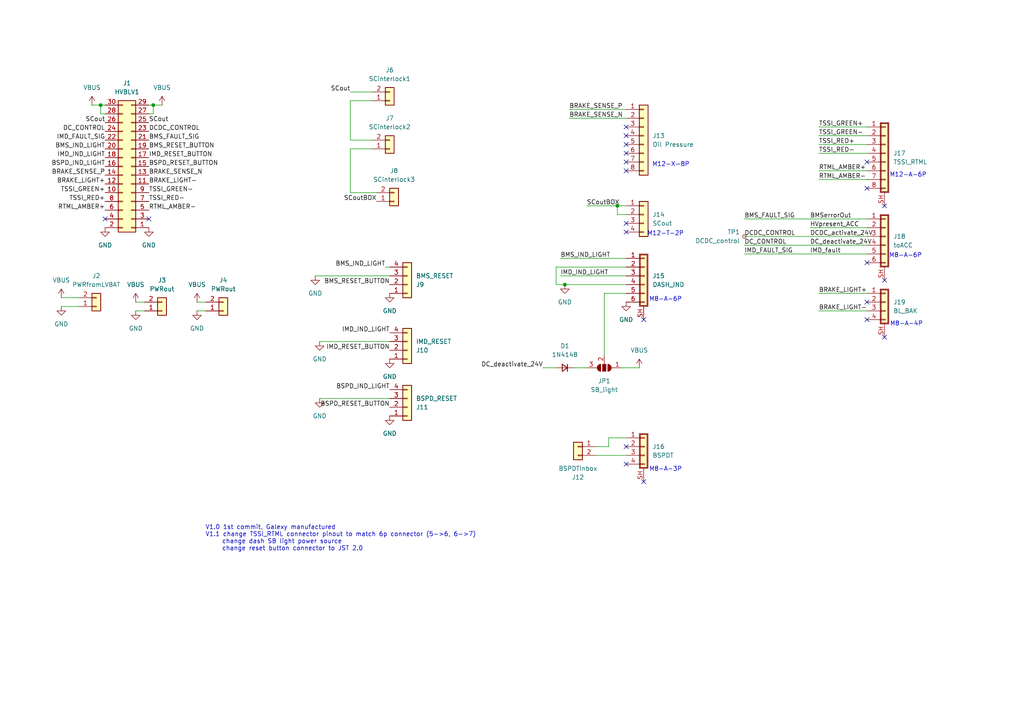
<source format=kicad_sch>
(kicad_sch (version 20231120) (generator "eeschema") (generator_version "8.0")
  (paper "A4")
  (title_block (title "HVB_CONN1") (date "2025-06-27") (rev "1.1") (company "NTURacing") (comment 1 "Jack Kuo"))
  (lib_symbols
    (symbol "Connector:TestPoint_Small" (pin_numbers hide) (pin_names (offset 0.762) hide)
      (property "Reference" "TP" (at 0 3.81 0))
      (property "Value" "TestPoint_Small" (at 0 2.032 0))
      (symbol "TestPoint_Small_0_1"
        (circle (center 0 0) (radius 0.508))
      )
      (symbol "TestPoint_Small_1_1"
        (pin passive line (at 0 0 90) (length 0) (name "1") (number "1"))
      )
    )
    (symbol "Connector_Generic:Conn_01x02" (pin_names (offset 1.016) hide)
      (property "Reference" "J" (at 0 2.54 0))
      (property "Value" "Conn_01x02" (at 0 -5.08 0))
      (symbol "Conn_01x02_1_1"
        (rectangle (start -1.27 -2.413) (end 0 -2.667) (stroke (width 0.1524)))
        (rectangle (start -1.27 0.127) (end 0 -0.127) (stroke (width 0.1524)))
        (rectangle (start -1.27 1.27) (end 1.27 -3.81) (stroke (width 0.254)) (fill (type background)))
        (pin passive line (at -5.08 0 0) (length 3.81) (name "Pin_1") (number "1"))
        (pin passive line (at -5.08 -2.54 0) (length 3.81) (name "Pin_2") (number "2"))
      )
    )
    (symbol "Connector_Generic:Conn_01x04" (pin_names (offset 1.016) hide)
      (property "Reference" "J" (at 0 5.08 0))
      (property "Value" "Conn_01x04" (at 0 -7.62 0))
      (symbol "Conn_01x04_1_1"
        (rectangle (start -1.27 -4.953) (end 0 -5.207) (stroke (width 0.1524)))
        (rectangle (start -1.27 -2.413) (end 0 -2.667) (stroke (width 0.1524)))
        (rectangle (start -1.27 0.127) (end 0 -0.127) (stroke (width 0.1524)))
        (rectangle (start -1.27 2.667) (end 0 2.413) (stroke (width 0.1524)))
        (rectangle (start -1.27 3.81) (end 1.27 -6.35) (stroke (width 0.254)) (fill (type background)))
        (pin passive line (at -5.08 2.54 0) (length 3.81) (name "Pin_1") (number "1"))
        (pin passive line (at -5.08 0 0) (length 3.81) (name "Pin_2") (number "2"))
        (pin passive line (at -5.08 -2.54 0) (length 3.81) (name "Pin_3") (number "3"))
        (pin passive line (at -5.08 -5.08 0) (length 3.81) (name "Pin_4") (number "4"))
      )
    )
    (symbol "Connector_Generic:Conn_01x08" (pin_names (offset 1.016) hide)
      (property "Reference" "J" (at 0 10.16 0))
      (property "Value" "Conn_01x08" (at 0 -12.7 0))
      (symbol "Conn_01x08_1_1"
        (rectangle (start -1.27 -10.033) (end 0 -10.287) (stroke (width 0.1524)))
        (rectangle (start -1.27 -7.493) (end 0 -7.747) (stroke (width 0.1524)))
        (rectangle (start -1.27 -4.953) (end 0 -5.207) (stroke (width 0.1524)))
        (rectangle (start -1.27 -2.413) (end 0 -2.667) (stroke (width 0.1524)))
        (rectangle (start -1.27 0.127) (end 0 -0.127) (stroke (width 0.1524)))
        (rectangle (start -1.27 2.667) (end 0 2.413) (stroke (width 0.1524)))
        (rectangle (start -1.27 5.207) (end 0 4.953) (stroke (width 0.1524)))
        (rectangle (start -1.27 7.747) (end 0 7.493) (stroke (width 0.1524)))
        (rectangle (start -1.27 8.89) (end 1.27 -11.43) (stroke (width 0.254)) (fill (type background)))
        (pin passive line (at -5.08 7.62 0) (length 3.81) (name "Pin_1") (number "1"))
        (pin passive line (at -5.08 5.08 0) (length 3.81) (name "Pin_2") (number "2"))
        (pin passive line (at -5.08 2.54 0) (length 3.81) (name "Pin_3") (number "3"))
        (pin passive line (at -5.08 0 0) (length 3.81) (name "Pin_4") (number "4"))
        (pin passive line (at -5.08 -2.54 0) (length 3.81) (name "Pin_5") (number "5"))
        (pin passive line (at -5.08 -5.08 0) (length 3.81) (name "Pin_6") (number "6"))
        (pin passive line (at -5.08 -7.62 0) (length 3.81) (name "Pin_7") (number "7"))
        (pin passive line (at -5.08 -10.16 0) (length 3.81) (name "Pin_8") (number "8"))
      )
    )
    (symbol "Connector_Generic:Conn_02x15_Odd_Even" (pin_names (offset 1.016) hide)
      (property "Reference" "J" (at 1.27 20.32 0))
      (property "Value" "Conn_02x15_Odd_Even" (at 1.27 -20.32 0))
      (symbol "Conn_02x15_Odd_Even_1_1"
        (rectangle (start -1.27 -17.653) (end 0 -17.907) (stroke (width 0.1524)))
        (rectangle (start -1.27 -15.113) (end 0 -15.367) (stroke (width 0.1524)))
        (rectangle (start -1.27 -12.573) (end 0 -12.827) (stroke (width 0.1524)))
        (rectangle (start -1.27 -10.033) (end 0 -10.287) (stroke (width 0.1524)))
        (rectangle (start -1.27 -7.493) (end 0 -7.747) (stroke (width 0.1524)))
        (rectangle (start -1.27 -4.953) (end 0 -5.207) (stroke (width 0.1524)))
        (rectangle (start -1.27 -2.413) (end 0 -2.667) (stroke (width 0.1524)))
        (rectangle (start -1.27 0.127) (end 0 -0.127) (stroke (width 0.1524)))
        (rectangle (start -1.27 2.667) (end 0 2.413) (stroke (width 0.1524)))
        (rectangle (start -1.27 5.207) (end 0 4.953) (stroke (width 0.1524)))
        (rectangle (start -1.27 7.747) (end 0 7.493) (stroke (width 0.1524)))
        (rectangle (start -1.27 10.287) (end 0 10.033) (stroke (width 0.1524)))
        (rectangle (start -1.27 12.827) (end 0 12.573) (stroke (width 0.1524)))
        (rectangle (start -1.27 15.367) (end 0 15.113) (stroke (width 0.1524)))
        (rectangle (start -1.27 17.907) (end 0 17.653) (stroke (width 0.1524)))
        (rectangle (start -1.27 19.05) (end 3.81 -19.05) (stroke (width 0.254)) (fill (type background)))
        (rectangle (start 3.81 -17.653) (end 2.54 -17.907) (stroke (width 0.1524)))
        (rectangle (start 3.81 -15.113) (end 2.54 -15.367) (stroke (width 0.1524)))
        (rectangle (start 3.81 -12.573) (end 2.54 -12.827) (stroke (width 0.1524)))
        (rectangle (start 3.81 -10.033) (end 2.54 -10.287) (stroke (width 0.1524)))
        (rectangle (start 3.81 -7.493) (end 2.54 -7.747) (stroke (width 0.1524)))
        (rectangle (start 3.81 -4.953) (end 2.54 -5.207) (stroke (width 0.1524)))
        (rectangle (start 3.81 -2.413) (end 2.54 -2.667) (stroke (width 0.1524)))
        (rectangle (start 3.81 0.127) (end 2.54 -0.127) (stroke (width 0.1524)))
        (rectangle (start 3.81 2.667) (end 2.54 2.413) (stroke (width 0.1524)))
        (rectangle (start 3.81 5.207) (end 2.54 4.953) (stroke (width 0.1524)))
        (rectangle (start 3.81 7.747) (end 2.54 7.493) (stroke (width 0.1524)))
        (rectangle (start 3.81 10.287) (end 2.54 10.033) (stroke (width 0.1524)))
        (rectangle (start 3.81 12.827) (end 2.54 12.573) (stroke (width 0.1524)))
        (rectangle (start 3.81 15.367) (end 2.54 15.113) (stroke (width 0.1524)))
        (rectangle (start 3.81 17.907) (end 2.54 17.653) (stroke (width 0.1524)))
        (pin passive line (at -5.08 17.78 0) (length 3.81) (name "Pin_1") (number "1"))
        (pin passive line (at 7.62 7.62 180) (length 3.81) (name "Pin_10") (number "10"))
        (pin passive line (at -5.08 5.08 0) (length 3.81) (name "Pin_11") (number "11"))
        (pin passive line (at 7.62 5.08 180) (length 3.81) (name "Pin_12") (number "12"))
        (pin passive line (at -5.08 2.54 0) (length 3.81) (name "Pin_13") (number "13"))
        (pin passive line (at 7.62 2.54 180) (length 3.81) (name "Pin_14") (number "14"))
        (pin passive line (at -5.08 0 0) (length 3.81) (name "Pin_15") (number "15"))
        (pin passive line (at 7.62 0 180) (length 3.81) (name "Pin_16") (number "16"))
        (pin passive line (at -5.08 -2.54 0) (length 3.81) (name "Pin_17") (number "17"))
        (pin passive line (at 7.62 -2.54 180) (length 3.81) (name "Pin_18") (number "18"))
        (pin passive line (at -5.08 -5.08 0) (length 3.81) (name "Pin_19") (number "19"))
        (pin passive line (at 7.62 17.78 180) (length 3.81) (name "Pin_2") (number "2"))
        (pin passive line (at 7.62 -5.08 180) (length 3.81) (name "Pin_20") (number "20"))
        (pin passive line (at -5.08 -7.62 0) (length 3.81) (name "Pin_21") (number "21"))
        (pin passive line (at 7.62 -7.62 180) (length 3.81) (name "Pin_22") (number "22"))
        (pin passive line (at -5.08 -10.16 0) (length 3.81) (name "Pin_23") (number "23"))
        (pin passive line (at 7.62 -10.16 180) (length 3.81) (name "Pin_24") (number "24"))
        (pin passive line (at -5.08 -12.7 0) (length 3.81) (name "Pin_25") (number "25"))
        (pin passive line (at 7.62 -12.7 180) (length 3.81) (name "Pin_26") (number "26"))
        (pin passive line (at -5.08 -15.24 0) (length 3.81) (name "Pin_27") (number "27"))
        (pin passive line (at 7.62 -15.24 180) (length 3.81) (name "Pin_28") (number "28"))
        (pin passive line (at -5.08 -17.78 0) (length 3.81) (name "Pin_29") (number "29"))
        (pin passive line (at -5.08 15.24 0) (length 3.81) (name "Pin_3") (number "3"))
        (pin passive line (at 7.62 -17.78 180) (length 3.81) (name "Pin_30") (number "30"))
        (pin passive line (at 7.62 15.24 180) (length 3.81) (name "Pin_4") (number "4"))
        (pin passive line (at -5.08 12.7 0) (length 3.81) (name "Pin_5") (number "5"))
        (pin passive line (at 7.62 12.7 180) (length 3.81) (name "Pin_6") (number "6"))
        (pin passive line (at -5.08 10.16 0) (length 3.81) (name "Pin_7") (number "7"))
        (pin passive line (at 7.62 10.16 180) (length 3.81) (name "Pin_8") (number "8"))
        (pin passive line (at -5.08 7.62 0) (length 3.81) (name "Pin_9") (number "9"))
      )
    )
    (symbol "Connector_Generic_Shielded:Conn_01x04_Shielded" (pin_names (offset 1.016) hide)
      (property "Reference" "J" (at 0.254 4.826 0))
      (property "Value" "Conn_01x04_Shielded" (at 1.016 -7.366 0))
      (symbol "Conn_01x04_Shielded_1_1"
        (rectangle (start -1.27 3.81) (end 1.27 -6.35) (stroke (width 0.1524)))
        (rectangle (start -1.016 -4.953) (end 0.254 -5.207) (stroke (width 0.1524)))
        (rectangle (start -1.016 -2.413) (end 0.254 -2.667) (stroke (width 0.1524)))
        (rectangle (start -1.016 0.127) (end 0.254 -0.127) (stroke (width 0.1524)))
        (rectangle (start -1.016 2.667) (end 0.254 2.413) (stroke (width 0.1524)))
        (rectangle (start -1.016 3.556) (end 1.016 -6.096) (stroke (width 0.254)) (fill (type background)))
        (pin passive line (at -5.08 2.54 0) (length 4.064) (name "Pin_1") (number "1"))
        (pin passive line (at -5.08 0 0) (length 4.064) (name "Pin_2") (number "2"))
        (pin passive line (at -5.08 -2.54 0) (length 4.064) (name "Pin_3") (number "3"))
        (pin passive line (at -5.08 -5.08 0) (length 4.064) (name "Pin_4") (number "4"))
        (pin passive line (at 0 -10.16 90) (length 3.81) (name "Shield") (number "SH"))
      )
    )
    (symbol "Connector_Generic_Shielded:Conn_01x06_Shielded" (pin_names (offset 1.016) hide)
      (property "Reference" "J" (at 0.254 7.366 0))
      (property "Value" "Conn_01x06_Shielded" (at 1.016 -9.906 0))
      (symbol "Conn_01x06_Shielded_1_1"
        (rectangle (start -1.27 6.35) (end 1.27 -8.89) (stroke (width 0.1524)))
        (rectangle (start -1.016 -7.493) (end 0.254 -7.747) (stroke (width 0.1524)))
        (rectangle (start -1.016 -4.953) (end 0.254 -5.207) (stroke (width 0.1524)))
        (rectangle (start -1.016 -2.413) (end 0.254 -2.667) (stroke (width 0.1524)))
        (rectangle (start -1.016 0.127) (end 0.254 -0.127) (stroke (width 0.1524)))
        (rectangle (start -1.016 2.667) (end 0.254 2.413) (stroke (width 0.1524)))
        (rectangle (start -1.016 5.207) (end 0.254 4.953) (stroke (width 0.1524)))
        (rectangle (start -1.016 6.096) (end 1.016 -8.636) (stroke (width 0.254)) (fill (type background)))
        (pin passive line (at -5.08 5.08 0) (length 4.064) (name "Pin_1") (number "1"))
        (pin passive line (at -5.08 2.54 0) (length 4.064) (name "Pin_2") (number "2"))
        (pin passive line (at -5.08 0 0) (length 4.064) (name "Pin_3") (number "3"))
        (pin passive line (at -5.08 -2.54 0) (length 4.064) (name "Pin_4") (number "4"))
        (pin passive line (at -5.08 -5.08 0) (length 4.064) (name "Pin_5") (number "5"))
        (pin passive line (at -5.08 -7.62 0) (length 4.064) (name "Pin_6") (number "6"))
        (pin passive line (at 0 -12.7 90) (length 3.81) (name "Shield") (number "SH"))
      )
    )
    (symbol "Connector_Generic_Shielded:Conn_01x08_Shielded" (pin_names (offset 1.016) hide)
      (property "Reference" "J" (at 0.254 9.906 0))
      (property "Value" "Conn_01x08_Shielded" (at 1.016 -12.446 0))
      (symbol "Conn_01x08_Shielded_1_1"
        (rectangle (start -1.27 8.89) (end 1.27 -11.43) (stroke (width 0.1524)))
        (rectangle (start -1.016 -10.033) (end 0.254 -10.287) (stroke (width 0.1524)))
        (rectangle (start -1.016 -7.493) (end 0.254 -7.747) (stroke (width 0.1524)))
        (rectangle (start -1.016 -4.953) (end 0.254 -5.207) (stroke (width 0.1524)))
        (rectangle (start -1.016 -2.413) (end 0.254 -2.667) (stroke (width 0.1524)))
        (rectangle (start -1.016 0.127) (end 0.254 -0.127) (stroke (width 0.1524)))
        (rectangle (start -1.016 2.667) (end 0.254 2.413) (stroke (width 0.1524)))
        (rectangle (start -1.016 5.207) (end 0.254 4.953) (stroke (width 0.1524)))
        (rectangle (start -1.016 7.747) (end 0.254 7.493) (stroke (width 0.1524)))
        (rectangle (start -1.016 8.636) (end 1.016 -11.176) (stroke (width 0.254)) (fill (type background)))
        (pin passive line (at -5.08 7.62 0) (length 4.064) (name "Pin_1") (number "1"))
        (pin passive line (at -5.08 5.08 0) (length 4.064) (name "Pin_2") (number "2"))
        (pin passive line (at -5.08 2.54 0) (length 4.064) (name "Pin_3") (number "3"))
        (pin passive line (at -5.08 0 0) (length 4.064) (name "Pin_4") (number "4"))
        (pin passive line (at -5.08 -2.54 0) (length 4.064) (name "Pin_5") (number "5"))
        (pin passive line (at -5.08 -5.08 0) (length 4.064) (name "Pin_6") (number "6"))
        (pin passive line (at -5.08 -7.62 0) (length 4.064) (name "Pin_7") (number "7"))
        (pin passive line (at -5.08 -10.16 0) (length 4.064) (name "Pin_8") (number "8"))
        (pin passive line (at 0 -15.24 90) (length 3.81) (name "Shield") (number "SH"))
      )
    )
    (symbol "Device:D_Small" (pin_numbers hide) (pin_names (offset 0.254) hide)
      (property "Reference" "D" (at -1.27 2.032 0))
      (property "Value" "D_Small" (at -3.81 -2.032 0))
      (symbol "D_Small_0_1"
        (polyline (pts (xy -0.762 -1.016) (xy -0.762 1.016)) (stroke (width 0.254)))
        (polyline (pts (xy -0.762 0) (xy 0.762 0)))
        (polyline (pts (xy 0.762 -1.016) (xy -0.762 0) (xy 0.762 1.016) (xy 0.762 -1.016)) (stroke (width 0.254)))
      )
      (symbol "D_Small_1_1"
        (pin passive line (at -2.54 0 0) (length 1.778) (name "K") (number "1"))
        (pin passive line (at 2.54 0 180) (length 1.778) (name "A") (number "2"))
      )
    )
    (symbol "Jumper:SolderJumper_3_Open" (pin_names (offset 0) hide) (exclude_from_sim yes) (in_bom no)
      (property "Reference" "JP" (at -2.54 -2.54 0))
      (property "Value" "SolderJumper_3_Open" (at 0 2.794 0))
      (symbol "SolderJumper_3_Open_0_1"
        (arc (start -1.016 1.016) (mid -2.0276 0) (end -1.016 -1.016))
        (arc (start -1.016 1.016) (mid -2.0276 0) (end -1.016 -1.016) (fill (type outline)))
        (rectangle (start -0.508 1.016) (end 0.508 -1.016) (fill (type outline)))
        (polyline (pts (xy -2.54 0) (xy -2.032 0)))
        (polyline (pts (xy -1.016 1.016) (xy -1.016 -1.016)))
        (polyline (pts (xy 0 -1.27) (xy 0 -1.016)))
        (polyline (pts (xy 1.016 1.016) (xy 1.016 -1.016)))
        (polyline (pts (xy 2.54 0) (xy 2.032 0)))
        (arc (start 1.016 -1.016) (mid 2.0276 0) (end 1.016 1.016))
        (arc (start 1.016 -1.016) (mid 2.0276 0) (end 1.016 1.016) (fill (type outline)))
      )
      (symbol "SolderJumper_3_Open_1_1"
        (pin passive line (at -5.08 0 0) (length 2.54) (name "A") (number "1"))
        (pin passive line (at 0 -3.81 90) (length 2.54) (name "C") (number "2"))
        (pin passive line (at 5.08 0 180) (length 2.54) (name "B") (number "3"))
      )
    )
    (symbol "power:GND" (power) (pin_numbers hide) (pin_names (offset 0) hide)
      (property "Value" "GND" (at 0 -3.81 0))
      (symbol "GND_0_1"
        (polyline (pts (xy 0 0) (xy 0 -1.27) (xy 1.27 -1.27) (xy 0 -2.54) (xy -1.27 -1.27) (xy 0 -1.27)))
      )
      (symbol "GND_1_1"
        (pin power_in line (at 0 0 270) (length 0) (name "~") (number "1"))
      )
    )
    (symbol "power:VBUS" (power) (pin_numbers hide) (pin_names (offset 0) hide)
      (property "Value" "VBUS" (at 0 3.556 0))
      (symbol "VBUS_0_1"
        (polyline (pts (xy -0.762 1.27) (xy 0 2.54)))
        (polyline (pts (xy 0 0) (xy 0 2.54)))
        (polyline (pts (xy 0 2.54) (xy 0.762 1.27)))
      )
      (symbol "VBUS_1_1"
        (pin power_in line (at 0 0 90) (length 0) (name "~") (number "1"))
      )
    )
  )
  (junction (at 44.45 30.48))
  (junction (at 179.07 59.69))
  (junction (at 163.83 82.55))
  (junction (at 29.21 30.48))
  (no_connect (at 256.54 97.79))
  (no_connect (at 251.46 46.99))
  (no_connect (at 181.61 36.83))
  (no_connect (at 251.46 54.61))
  (no_connect (at 181.61 129.54))
  (no_connect (at 256.54 81.28))
  (no_connect (at 251.46 87.63))
  (no_connect (at 181.61 39.37))
  (no_connect (at 181.61 41.91))
  (no_connect (at 181.61 134.62))
  (no_connect (at 43.18 63.5))
  (no_connect (at 181.61 46.99))
  (no_connect (at 251.46 76.2))
  (no_connect (at 181.61 64.77))
  (no_connect (at 256.54 59.69))
  (no_connect (at 30.48 63.5))
  (no_connect (at 181.61 44.45))
  (no_connect (at 181.61 67.31))
  (no_connect (at 186.69 139.7))
  (no_connect (at 251.46 92.71))
  (no_connect (at 181.61 49.53))
  (no_connect (at 186.69 92.71))
  (wire (pts (xy 17.78 88.9) (xy 22.86 88.9)))
  (wire (pts (xy 215.9 71.12) (xy 251.46 71.12)))
  (wire (pts (xy 237.49 52.07) (xy 251.46 52.07)))
  (wire (pts (xy 161.29 106.68) (xy 157.48 106.68)))
  (wire (pts (xy 101.6 43.18) (xy 107.95 43.18)))
  (wire (pts (xy 175.26 85.09) (xy 181.61 85.09)))
  (wire (pts (xy 166.37 106.68) (xy 170.18 106.68)))
  (wire (pts (xy 215.9 73.66) (xy 251.46 73.66)))
  (wire (pts (xy 215.9 63.5) (xy 251.46 63.5)))
  (wire (pts (xy 237.49 39.37) (xy 251.46 39.37)))
  (wire (pts (xy 161.29 82.55) (xy 161.29 77.47)))
  (wire (pts (xy 29.21 33.02) (xy 29.21 30.48)))
  (wire (pts (xy 181.61 127) (xy 176.53 127)))
  (wire (pts (xy 176.53 129.54) (xy 172.72 129.54)))
  (wire (pts (xy 39.37 87.63) (xy 41.91 87.63)))
  (wire (pts (xy 176.53 127) (xy 176.53 129.54)))
  (wire (pts (xy 92.71 115.57) (xy 113.03 115.57)))
  (wire (pts (xy 170.18 59.69) (xy 179.07 59.69)))
  (wire (pts (xy 101.6 55.88) (xy 109.22 55.88)))
  (wire (pts (xy 175.26 85.09) (xy 175.26 102.87)))
  (wire (pts (xy 107.95 26.67) (xy 101.6 26.67)))
  (wire (pts (xy 46.99 30.48) (xy 44.45 30.48)))
  (wire (pts (xy 237.49 85.09) (xy 251.46 85.09)))
  (wire (pts (xy 39.37 90.17) (xy 41.91 90.17)))
  (wire (pts (xy 165.1 31.75) (xy 181.61 31.75)))
  (wire (pts (xy 26.67 30.48) (xy 29.21 30.48)))
  (wire (pts (xy 101.6 40.64) (xy 107.95 40.64)))
  (wire (pts (xy 185.42 106.68) (xy 180.34 106.68)))
  (wire (pts (xy 172.72 132.08) (xy 181.61 132.08)))
  (wire (pts (xy 237.49 44.45) (xy 251.46 44.45)))
  (wire (pts (xy 162.56 80.01) (xy 181.61 80.01)))
  (wire (pts (xy 101.6 29.21) (xy 107.95 29.21)))
  (wire (pts (xy 162.56 74.93) (xy 181.61 74.93)))
  (wire (pts (xy 237.49 41.91) (xy 251.46 41.91)))
  (wire (pts (xy 29.21 30.48) (xy 30.48 30.48)))
  (wire (pts (xy 30.48 33.02) (xy 29.21 33.02)))
  (wire (pts (xy 237.49 36.83) (xy 251.46 36.83)))
  (wire (pts (xy 57.15 87.63) (xy 59.69 87.63)))
  (wire (pts (xy 179.07 62.23) (xy 181.61 62.23)))
  (wire (pts (xy 44.45 33.02) (xy 44.45 30.48)))
  (wire (pts (xy 91.44 80.01) (xy 113.03 80.01)))
  (wire (pts (xy 179.07 59.69) (xy 179.07 62.23)))
  (wire (pts (xy 215.9 68.58) (xy 251.46 68.58)))
  (wire (pts (xy 57.15 90.17) (xy 59.69 90.17)))
  (wire (pts (xy 17.78 86.36) (xy 22.86 86.36)))
  (wire (pts (xy 234.95 66.04) (xy 251.46 66.04)))
  (wire (pts (xy 237.49 49.53) (xy 251.46 49.53)))
  (wire (pts (xy 101.6 29.21) (xy 101.6 40.64)))
  (wire (pts (xy 44.45 30.48) (xy 43.18 30.48)))
  (wire (pts (xy 165.1 34.29) (xy 181.61 34.29)))
  (wire (pts (xy 179.07 59.69) (xy 181.61 59.69)))
  (wire (pts (xy 237.49 90.17) (xy 251.46 90.17)))
  (wire (pts (xy 163.83 82.55) (xy 161.29 82.55)))
  (wire (pts (xy 113.03 77.47) (xy 111.76 77.47)))
  (wire (pts (xy 92.71 99.06) (xy 113.03 99.06)))
  (wire (pts (xy 161.29 77.47) (xy 181.61 77.47)))
  (wire (pts (xy 163.83 82.55) (xy 181.61 82.55)))
  (wire (pts (xy 43.18 33.02) (xy 44.45 33.02)))
  (wire (pts (xy 101.6 43.18) (xy 101.6 55.88)))
  (text "M12-T-2P" (at 193.04 67.818 0) (effects (font (size 1.27 1.27))))
  (text "M8-A-4P" (at 262.89 93.98 0) (effects (font (size 1.27 1.27))))
  (text "M12-X-8P" (at 194.564 47.752 0) (effects (font (size 1.27 1.27))))
  (text "M8-A-3P" (at 193.04 136.144 0) (effects (font (size 1.27 1.27))))
  (text "M12-A-6P" (at 263.398 50.8 0) (effects (font (size 1.27 1.27))))
  (text "V1.0 1st commit, Galexy manufactured\nV1.1 change TSSI_RTML connector pinout to match 6p connector (5->6, 6->7)\n     change dash SB light power source\n     change reset button connector to JST 2.0 " (at 59.5363 152.3028 0) (effects (font (size 1.27 1.27)) (justify left top)))
  (text "M8-A-6P" (at 193.04 86.868 0) (effects (font (size 1.27 1.27))))
  (text "M8-A-6P" (at 262.636 74.168 0) (effects (font (size 1.27 1.27))))
  (label "BMS_IND_LIGHT" (at 111.76 77.47 180))
  (label "BMS_IND_LIGHT" (at 30.48 43.18 180))
  (label "DC_CONTROL" (at 30.48 38.1 180))
  (label "BMS_RESET_BUTTON" (at 113.03 82.55 180))
  (label "TSSI_RED-" (at 237.49 44.45 0))
  (label "TSSI_RED-" (at 43.18 58.42 0))
  (label "BRAKE_SENSE_N" (at 43.18 50.8 0))
  (label "RTML_AMBER-" (at 43.18 60.96 0))
  (label "DC_deactivate_24V" (at 157.48 106.68 180))
  (label "BRAKE_LIGHT-" (at 237.49 90.17 0))
  (label "BRAKE_SENSE_P" (at 30.48 50.8 180))
  (label "BRAKE_LIGHT+" (at 237.49 85.09 0))
  (label "SCoutBOX" (at 170.18 59.69 0))
  (label "TSSI_GREEN+" (at 30.48 55.88 180))
  (label "SCout" (at 101.6 26.67 180))
  (label "TSSI_GREEN-" (at 237.49 39.37 0))
  (label "RTML_AMBER-" (at 237.49 52.07 0))
  (label "RTML_AMBER+" (at 30.48 60.96 180))
  (label "IMD_IND_LIGHT" (at 113.03 96.52 180))
  (label "SCout" (at 43.18 35.56 0))
  (label "BMS_IND_LIGHT" (at 162.56 74.93 0))
  (label "BSPD_RESET_BUTTON" (at 43.18 48.26 0))
  (label "IMD_FAULT_SIG" (at 215.9 73.66 0))
  (label "DC_CONTROL" (at 215.9 71.12 0))
  (label "SCoutBOX" (at 109.22 58.42 180))
  (label "BMS_RESET_BUTTON" (at 43.18 43.18 0))
  (label "DCDC_CONTROL" (at 215.9 68.58 0))
  (label "TSSI_GREEN-" (at 43.18 55.88 0))
  (label "TSSI_RED+" (at 30.48 58.42 180))
  (label "BMS_FAULT_SIG" (at 43.18 40.64 0))
  (label "BRAKE_SENSE_P" (at 165.1 31.75 0))
  (label "IMD_IND_LIGHT" (at 30.48 45.72 180))
  (label "BRAKE_SENSE_N" (at 165.1 34.29 0))
  (label "BSPD_RESET_BUTTON" (at 113.03 118.11 180))
  (label "HVpresent_ACC" (at 234.95 66.04 0))
  (label "IMD_FAULT_SIG" (at 30.48 40.64 180))
  (label "RTML_AMBER+" (at 237.49 49.53 0))
  (label "BRAKE_LIGHT-" (at 43.18 53.34 0))
  (label "BMS_FAULT_SIG" (at 215.9 63.5 0))
  (label "TSSI_RED+" (at 237.49 41.91 0))
  (label "IMD_IND_LIGHT" (at 162.56 80.01 0))
  (label "DCDC_CONTROL" (at 43.18 38.1 0))
  (label "DCDC_activate_24V" (at 234.95 68.58 0))
  (label "BSPD_IND_LIGHT" (at 113.03 113.03 180))
  (label "SCout" (at 30.48 35.56 180))
  (label "TSSI_GREEN+" (at 237.49 36.83 0))
  (label "DC_deactivate_24V" (at 234.95 71.12 0))
  (label "IMD_RESET_BUTTON" (at 43.18 45.72 0))
  (label "BSPD_IND_LIGHT" (at 30.48 48.26 180))
  (label "BMSerrorOut" (at 234.95 63.5 0))
  (label "BRAKE_LIGHT+" (at 30.48 53.34 180))
  (label "IMD_fault" (at 234.95 73.66 0))
  (label "IMD_RESET_BUTTON" (at 113.03 101.6 180))
  (symbol (lib_id "power:VBUS") (at 185.42 106.68 0) (unit 1)
    (property "Reference" "#PWR012" (effects (hide yes)))
    (property "Value" "VBUS" (at 185.42 101.6 0))
    (property "Description" "Power symbol creates a global label with name \"VBUS\"" (effects (hide yes)))
  )
  (symbol (lib_id "Connector_Generic_Shielded:Conn_01x08_Shielded") (at 256.54 44.45 0) (unit 1)
    (property "Reference" "J17" (at 259.08 44.45 0) (effects (justify left)))
    (property "Value" "TSSI_RTML" (at 259.08 46.99 0) (effects (justify left)))
    (property "Footprint" "nturt_kicad_lib_EP6:NianYeong-M12-A-F8P-Shield" (effects (hide yes)))
    (property "Description" "Generic shielded connector, single row, 01x08, script generated (kicad-library-utils/schlib/autogen/connector/)" (effects (hide yes)))
  )
  (symbol (lib_id "Device:D_Small") (at 163.83 106.68 180) (unit 1)
    (property "Reference" "D1" (at 163.83 100.33 0))
    (property "Value" "1N4148" (at 163.83 102.87 0))
    (property "Footprint" "Diode_SMD:D_SOD-323_HandSoldering" (effects (hide yes)))
    (property "Description" "Diode, small symbol" (effects (hide yes)))
    (property "Sim.Device" "D" (effects (hide yes)))
    (property "Sim.Pins" "1=K 2=A" (effects (hide yes)))
  )
  (symbol (lib_id "Connector_Generic:Conn_01x04") (at 118.11 101.6 0) (mirror x) (unit 1)
    (property "Reference" "J10" (at 120.65 101.6 0) (effects (justify left)))
    (property "Value" "IMD_RESET" (at 120.65 99.06 0) (effects (justify left)))
    (property "Footprint" "Connector_JST:JST_PH_B4B-PH-K_1x04_P2.00mm_Vertical" (effects (hide yes)))
    (property "Description" "Generic connector, single row, 01x04, script generated (kicad-library-utils/schlib/autogen/connector/)" (effects (hide yes)))
  )
  (symbol (lib_id "power:VBUS") (at 26.67 30.48 0) (unit 1)
    (property "Reference" "#PWR01" (effects (hide yes)))
    (property "Value" "VBUS" (at 26.67 25.4 0))
    (property "Description" "Power symbol creates a global label with name \"VBUS\"" (effects (hide yes)))
  )
  (symbol (lib_id "power:GND") (at 17.78 88.9 0) (unit 1)
    (property "Reference" "#PWR04" (effects (hide yes)))
    (property "Value" "GND" (at 17.78 93.98 0))
    (property "Description" "Power symbol creates a global label with name \"GND\" , ground" (effects (hide yes)))
  )
  (symbol (lib_id "power:GND") (at 57.15 90.17 0) (unit 1)
    (property "Reference" "#PWR010" (effects (hide yes)))
    (property "Value" "GND" (at 57.15 95.25 0))
    (property "Description" "Power symbol creates a global label with name \"GND\" , ground" (effects (hide yes)))
  )
  (symbol (lib_id "Connector_Generic:Conn_01x08") (at 186.69 39.37 0) (unit 1)
    (property "Reference" "J13" (at 189.23 39.37 0) (effects (justify left)))
    (property "Value" "Oil Pressure" (at 189.23 41.91 0) (effects (justify left)))
    (property "Footprint" "nturt_kicad_lib_EP6:NianYeong-M12-X-F4P" (effects (hide yes)))
    (property "Description" "Generic connector, single row, 01x08, script generated (kicad-library-utils/schlib/autogen/connector/)" (effects (hide yes)))
  )
  (symbol (lib_id "Connector_Generic:Conn_01x02") (at 27.94 88.9 0) (mirror x) (unit 1)
    (property "Reference" "J2" (at 27.94 80.01 0))
    (property "Value" "PWRfromLVBAT" (at 27.94 82.55 0))
    (property "Footprint" "Connector_JST:JST_VH_B2P-VH_1x02_P3.96mm_Vertical" (effects (hide yes)))
    (property "Description" "Generic connector, single row, 01x02, script generated (kicad-library-utils/schlib/autogen/connector/)" (effects (hide yes)))
  )
  (symbol (lib_id "Connector_Generic:Conn_01x02") (at 113.03 43.18 0) (mirror x) (unit 1)
    (property "Reference" "J7" (at 113.03 34.29 0))
    (property "Value" "SCinterlock2" (at 113.03 36.83 0))
    (property "Footprint" "Connector_JST:JST_VH_B2P-VH_1x02_P3.96mm_Vertical" (effects (hide yes)))
    (property "Description" "Generic connector, single row, 01x02, script generated (kicad-library-utils/schlib/autogen/connector/)" (effects (hide yes)))
  )
  (symbol (lib_id "Connector_Generic:Conn_01x02") (at 114.3 58.42 0) (mirror x) (unit 1)
    (property "Reference" "J8" (at 114.3 49.53 0))
    (property "Value" "SCinterlock3" (at 114.3 52.07 0))
    (property "Footprint" "Connector_JST:JST_VH_B2P-VH_1x02_P3.96mm_Vertical" (effects (hide yes)))
    (property "Description" "Generic connector, single row, 01x02, script generated (kicad-library-utils/schlib/autogen/connector/)" (effects (hide yes)))
  )
  (symbol (lib_id "power:GND") (at 39.37 90.17 0) (unit 1)
    (property "Reference" "#PWR08" (effects (hide yes)))
    (property "Value" "GND" (at 39.37 95.25 0))
    (property "Description" "Power symbol creates a global label with name \"GND\" , ground" (effects (hide yes)))
  )
  (symbol (lib_id "power:GND") (at 113.03 120.65 0) (unit 1)
    (property "Reference" "#PWR016" (effects (hide yes)))
    (property "Value" "GND" (at 113.03 125.73 0))
    (property "Description" "Power symbol creates a global label with name \"GND\" , ground" (effects (hide yes)))
  )
  (symbol (lib_id "power:GND") (at 181.61 87.63 0) (unit 1)
    (property "Reference" "#PWR011" (effects (hide yes)))
    (property "Value" "GND" (at 181.61 92.71 0))
    (property "Description" "Power symbol creates a global label with name \"GND\" , ground" (effects (hide yes)))
  )
  (symbol (lib_id "power:GND") (at 92.71 99.06 0) (unit 1)
    (property "Reference" "#PWR018" (effects (hide yes)))
    (property "Value" "GND" (at 92.71 104.14 0))
    (property "Description" "Power symbol creates a global label with name \"GND\" , ground" (effects (hide yes)))
  )
  (symbol (lib_id "Connector_Generic:Conn_01x04") (at 118.11 82.55 0) (mirror x) (unit 1)
    (property "Reference" "J9" (at 120.65 82.55 0) (effects (justify left)))
    (property "Value" "BMS_RESET" (at 120.65 80.01 0) (effects (justify left)))
    (property "Footprint" "Connector_JST:JST_PH_B4B-PH-K_1x04_P2.00mm_Vertical" (effects (hide yes)))
    (property "Description" "Generic connector, single row, 01x04, script generated (kicad-library-utils/schlib/autogen/connector/)" (effects (hide yes)))
  )
  (symbol (lib_id "Connector:TestPoint_Small") (at 215.9 68.58 0) (unit 1)
    (property "Reference" "TP1" (at 214.63 67.3099 0) (effects (justify right)))
    (property "Value" "DCDC_control" (at 214.63 69.8499 0) (effects (justify right)))
    (property "Footprint" "TestPoint:TestPoint_Pad_D1.0mm" (effects (hide yes)))
    (property "Description" "test point" (effects (hide yes)))
  )
  (symbol (lib_id "Connector_Generic:Conn_01x02") (at 167.64 129.54 0) (mirror y) (unit 1)
    (property "Reference" "J12" (at 167.64 138.43 0))
    (property "Value" "BSPDTinbox" (at 167.64 135.89 0))
    (property "Footprint" "Connector_JST:JST_PH_B2B-PH-K_1x02_P2.00mm_Vertical" (effects (hide yes)))
    (property "Description" "Generic connector, single row, 01x02, script generated (kicad-library-utils/schlib/autogen/connector/)" (effects (hide yes)))
  )
  (symbol (lib_id "power:VBUS") (at 39.37 87.63 0) (unit 1)
    (property "Reference" "#PWR07" (effects (hide yes)))
    (property "Value" "VBUS" (at 39.37 82.55 0))
    (property "Description" "Power symbol creates a global label with name \"VBUS\"" (effects (hide yes)))
  )
  (symbol (lib_id "Connector_Generic:Conn_02x15_Odd_Even") (at 38.1 48.26 180) (unit 1)
    (property "Reference" "J1" (at 36.83 24.13 0))
    (property "Value" "HVBLV1" (at 36.83 26.67 0))
    (property "Footprint" "nturt_kicad_lib_EP6:IDC-Header_2x15_P2.54mm_Vertical_SMD" (effects (hide yes)))
    (property "Description" "Generic connector, double row, 02x15, odd/even pin numbering scheme (row 1 odd numbers, row 2 even numbers), script generated (kicad-library-utils/schlib/autogen/connector/)" (effects (hide yes)))
  )
  (symbol (lib_id "Connector_Generic_Shielded:Conn_01x06_Shielded") (at 256.54 68.58 0) (unit 1)
    (property "Reference" "J18" (at 259.08 68.58 0) (effects (justify left)))
    (property "Value" "toACC" (at 259.08 71.12 0) (effects (justify left)))
    (property "Footprint" "nturt_kicad_lib_EP6:WP-06F3-09-11" (effects (hide yes)))
    (property "Description" "Generic shielded connector, single row, 01x06, script generated (kicad-library-utils/schlib/autogen/connector/)" (effects (hide yes)))
  )
  (symbol (lib_id "Connector_Generic:Conn_01x04") (at 118.11 118.11 0) (mirror x) (unit 1)
    (property "Reference" "J11" (at 120.65 118.11 0) (effects (justify left)))
    (property "Value" "BSPD_RESET" (at 120.65 115.57 0) (effects (justify left)))
    (property "Footprint" "Connector_JST:JST_PH_B4B-PH-K_1x04_P2.00mm_Vertical" (effects (hide yes)))
    (property "Description" "Generic connector, single row, 01x04, script generated (kicad-library-utils/schlib/autogen/connector/)" (effects (hide yes)))
  )
  (symbol (lib_id "Jumper:SolderJumper_3_Open") (at 175.26 106.68 180) (unit 1) (exclude_from_sim yes) (in_bom no)
    (property "Reference" "JP1" (at 175.26 110.49 0))
    (property "Value" "SB_light" (at 175.26 113.03 0))
    (property "Footprint" "Jumper:SolderJumper-3_P1.3mm_Open_RoundedPad1.0x1.5mm" (effects (hide yes)))
    (property "Description" "Solder Jumper, 3-pole, open" (effects (hide yes)))
  )
  (symbol (lib_id "power:GND") (at 43.18 66.04 0) (unit 1)
    (property "Reference" "#PWR05" (effects (hide yes)))
    (property "Value" "GND" (at 43.18 71.12 0))
    (property "Description" "Power symbol creates a global label with name \"GND\" , ground" (effects (hide yes)))
  )
  (symbol (lib_id "power:GND") (at 163.83 82.55 0) (unit 1)
    (property "Reference" "#PWR013" (effects (hide yes)))
    (property "Value" "GND" (at 163.83 87.63 0))
    (property "Description" "Power symbol creates a global label with name \"GND\" , ground" (effects (hide yes)))
  )
  (symbol (lib_id "power:GND") (at 113.03 104.14 0) (unit 1)
    (property "Reference" "#PWR015" (effects (hide yes)))
    (property "Value" "GND" (at 113.03 109.22 0))
    (property "Description" "Power symbol creates a global label with name \"GND\" , ground" (effects (hide yes)))
  )
  (symbol (lib_id "Connector_Generic_Shielded:Conn_01x04_Shielded") (at 186.69 129.54 0) (unit 1)
    (property "Reference" "J16" (at 189.23 129.54 0) (effects (justify left)))
    (property "Value" "BSPDT" (at 189.23 132.08 0) (effects (justify left)))
    (property "Footprint" "nturt_kicad_lib_EP6:WP-03F3-09-11" (effects (hide yes)))
    (property "Description" "Generic shielded connector, single row, 01x04, script generated (kicad-library-utils/schlib/autogen/connector/)" (effects (hide yes)))
  )
  (symbol (lib_id "Connector_Generic:Conn_01x04") (at 186.69 62.23 0) (unit 1)
    (property "Reference" "J14" (at 189.23 62.23 0) (effects (justify left)))
    (property "Value" "SCout" (at 189.23 64.77 0) (effects (justify left)))
    (property "Footprint" "nturt_kicad_lib_EP6:NianYeong-M12-T-M4P" (effects (hide yes)))
    (property "Description" "Generic connector, single row, 01x04, script generated (kicad-library-utils/schlib/autogen/connector/)" (effects (hide yes)))
  )
  (symbol (lib_id "Connector_Generic:Conn_01x02") (at 113.03 29.21 0) (mirror x) (unit 1)
    (property "Reference" "J6" (at 113.03 20.32 0))
    (property "Value" "SCinterlock1" (at 113.03 22.86 0))
    (property "Footprint" "Connector_JST:JST_VH_B2P-VH_1x02_P3.96mm_Vertical" (effects (hide yes)))
    (property "Description" "Generic connector, single row, 01x02, script generated (kicad-library-utils/schlib/autogen/connector/)" (effects (hide yes)))
  )
  (symbol (lib_id "power:VBUS") (at 17.78 86.36 0) (unit 1)
    (property "Reference" "#PWR03" (effects (hide yes)))
    (property "Value" "VBUS" (at 17.78 81.28 0))
    (property "Description" "Power symbol creates a global label with name \"VBUS\"" (effects (hide yes)))
  )
  (symbol (lib_id "power:VBUS") (at 57.15 87.63 0) (unit 1)
    (property "Reference" "#PWR09" (effects (hide yes)))
    (property "Value" "VBUS" (at 57.15 82.55 0))
    (property "Description" "Power symbol creates a global label with name \"VBUS\"" (effects (hide yes)))
  )
  (symbol (lib_id "power:VBUS") (at 46.99 30.48 0) (unit 1)
    (property "Reference" "#PWR06" (effects (hide yes)))
    (property "Value" "VBUS" (at 46.99 25.4 0))
    (property "Description" "Power symbol creates a global label with name \"VBUS\"" (effects (hide yes)))
  )
  (symbol (lib_id "Connector_Generic:Conn_01x02") (at 64.77 90.17 0) (mirror x) (unit 1)
    (property "Reference" "J4" (at 64.77 81.28 0))
    (property "Value" "PWRout" (at 64.77 83.82 0))
    (property "Footprint" "Connector_JST:JST_VH_B2P-VH_1x02_P3.96mm_Vertical" (effects (hide yes)))
    (property "Description" "Generic connector, single row, 01x02, script generated (kicad-library-utils/schlib/autogen/connector/)" (effects (hide yes)))
  )
  (symbol (lib_id "power:GND") (at 113.03 85.09 0) (unit 1)
    (property "Reference" "#PWR014" (effects (hide yes)))
    (property "Value" "GND" (at 113.03 90.17 0))
    (property "Description" "Power symbol creates a global label with name \"GND\" , ground" (effects (hide yes)))
  )
  (symbol (lib_id "power:GND") (at 30.48 66.04 0) (unit 1)
    (property "Reference" "#PWR02" (effects (hide yes)))
    (property "Value" "GND" (at 30.48 71.12 0))
    (property "Description" "Power symbol creates a global label with name \"GND\" , ground" (effects (hide yes)))
  )
  (symbol (lib_id "Connector_Generic_Shielded:Conn_01x06_Shielded") (at 186.69 80.01 0) (unit 1)
    (property "Reference" "J15" (at 189.23 80.01 0) (effects (justify left)))
    (property "Value" "DASH_IND" (at 189.23 82.55 0) (effects (justify left)))
    (property "Footprint" "nturt_kicad_lib_EP6:WP-06F3-09-11" (effects (hide yes)))
    (property "Description" "Generic shielded connector, single row, 01x06, script generated (kicad-library-utils/schlib/autogen/connector/)" (effects (hide yes)))
  )
  (symbol (lib_id "power:GND") (at 92.71 115.57 0) (unit 1)
    (property "Reference" "#PWR019" (effects (hide yes)))
    (property "Value" "GND" (at 92.71 120.65 0))
    (property "Description" "Power symbol creates a global label with name \"GND\" , ground" (effects (hide yes)))
  )
  (symbol (lib_id "power:GND") (at 91.44 80.01 0) (unit 1)
    (property "Reference" "#PWR017" (effects (hide yes)))
    (property "Value" "GND" (at 91.44 85.09 0))
    (property "Description" "Power symbol creates a global label with name \"GND\" , ground" (effects (hide yes)))
  )
  (symbol (lib_id "Connector_Generic:Conn_01x02") (at 46.99 90.17 0) (mirror x) (unit 1)
    (property "Reference" "J3" (at 46.99 81.28 0))
    (property "Value" "PWRout" (at 46.99 83.82 0))
    (property "Footprint" "Connector_JST:JST_VH_B2P-VH_1x02_P3.96mm_Vertical" (effects (hide yes)))
    (property "Description" "Generic connector, single row, 01x02, script generated (kicad-library-utils/schlib/autogen/connector/)" (effects (hide yes)))
  )
  (symbol (lib_id "Connector_Generic_Shielded:Conn_01x04_Shielded") (at 256.54 87.63 0) (unit 1)
    (property "Reference" "J19" (at 259.08 87.63 0) (effects (justify left)))
    (property "Value" "BL_BAK" (at 259.08 90.17 0) (effects (justify left)))
    (property "Footprint" "nturt_kicad_lib_EP6:WP-04F3-26-11" (effects (hide yes)))
    (property "Description" "Generic shielded connector, single row, 01x04, script generated (kicad-library-utils/schlib/autogen/connector/)" (effects (hide yes)))
  )
)
</source>
